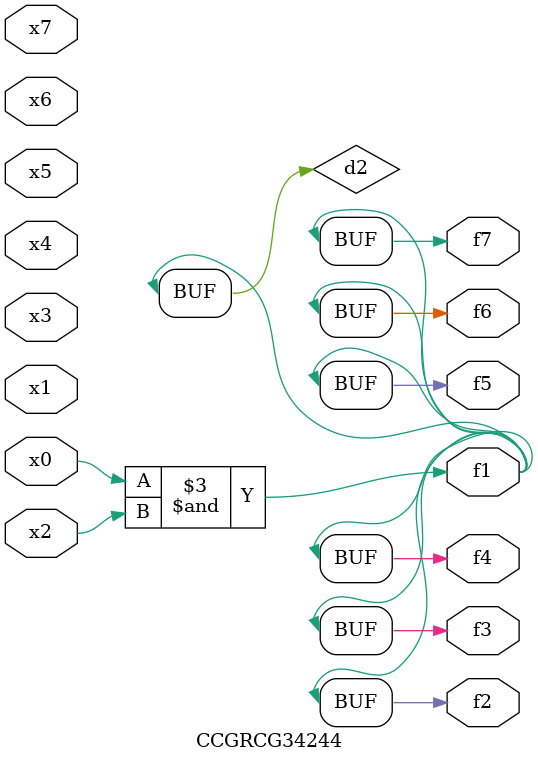
<source format=v>
module CCGRCG34244(
	input x0, x1, x2, x3, x4, x5, x6, x7,
	output f1, f2, f3, f4, f5, f6, f7
);

	wire d1, d2;

	nor (d1, x3, x6);
	and (d2, x0, x2);
	assign f1 = d2;
	assign f2 = d2;
	assign f3 = d2;
	assign f4 = d2;
	assign f5 = d2;
	assign f6 = d2;
	assign f7 = d2;
endmodule

</source>
